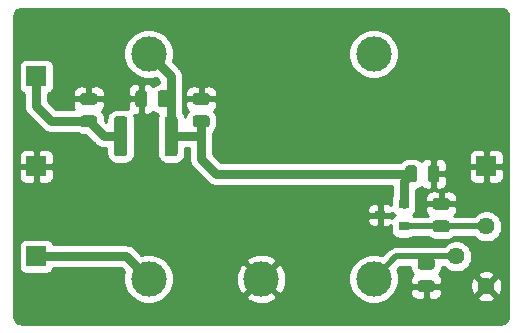
<source format=gbr>
%TF.GenerationSoftware,KiCad,Pcbnew,(5.1.9)-1*%
%TF.CreationDate,2021-03-21T16:20:22+00:00*%
%TF.ProjectId,hp5354a-ocxo,68703533-3534-4612-9d6f-63786f2e6b69,rev?*%
%TF.SameCoordinates,Original*%
%TF.FileFunction,Copper,L2,Bot*%
%TF.FilePolarity,Positive*%
%FSLAX46Y46*%
G04 Gerber Fmt 4.6, Leading zero omitted, Abs format (unit mm)*
G04 Created by KiCad (PCBNEW (5.1.9)-1) date 2021-03-21 16:20:22*
%MOMM*%
%LPD*%
G01*
G04 APERTURE LIST*
%TA.AperFunction,ComponentPad*%
%ADD10C,1.440000*%
%TD*%
%TA.AperFunction,ComponentPad*%
%ADD11C,3.000000*%
%TD*%
%TA.AperFunction,ComponentPad*%
%ADD12R,1.700000X1.700000*%
%TD*%
%TA.AperFunction,SMDPad,CuDef*%
%ADD13R,0.900000X0.800000*%
%TD*%
%TA.AperFunction,ViaPad*%
%ADD14C,0.800000*%
%TD*%
%TA.AperFunction,Conductor*%
%ADD15C,0.750000*%
%TD*%
%TA.AperFunction,Conductor*%
%ADD16C,0.500000*%
%TD*%
%TA.AperFunction,Conductor*%
%ADD17C,0.254000*%
%TD*%
%TA.AperFunction,Conductor*%
%ADD18C,0.100000*%
%TD*%
G04 APERTURE END LIST*
D10*
%TO.P,RV1,3*%
%TO.N,Net-(C6-Pad1)*%
X135890000Y-102870000D03*
%TO.P,RV1,2*%
%TO.N,/Vcont*%
X133350000Y-105410000D03*
%TO.P,RV1,1*%
%TO.N,GND*%
X135890000Y-107950000D03*
%TD*%
D11*
%TO.P,O1,1*%
%TO.N,Net-(J4-Pad1)*%
X107315000Y-107315000D03*
%TO.P,O1,2*%
%TO.N,GND*%
X116840000Y-107315000D03*
%TO.P,O1,3*%
%TO.N,/Vcont*%
X126365000Y-107315000D03*
%TO.P,O1,4*%
%TO.N,N/C*%
X126365000Y-88265000D03*
%TO.P,O1,5*%
%TO.N,+5V*%
X107315000Y-88265000D03*
%TD*%
%TO.P,L1,2*%
%TO.N,+5V*%
%TA.AperFunction,SMDPad,CuDef*%
G36*
G01*
X108657500Y-96700001D02*
X108657500Y-93799999D01*
G75*
G02*
X108907499Y-93550000I249999J0D01*
G01*
X109532501Y-93550000D01*
G75*
G02*
X109782500Y-93799999I0J-249999D01*
G01*
X109782500Y-96700001D01*
G75*
G02*
X109532501Y-96950000I-249999J0D01*
G01*
X108907499Y-96950000D01*
G75*
G02*
X108657500Y-96700001I0J249999D01*
G01*
G37*
%TD.AperFunction*%
%TO.P,L1,1*%
%TO.N,Net-(C2-Pad1)*%
%TA.AperFunction,SMDPad,CuDef*%
G36*
G01*
X104382500Y-96700001D02*
X104382500Y-93799999D01*
G75*
G02*
X104632499Y-93550000I249999J0D01*
G01*
X105257501Y-93550000D01*
G75*
G02*
X105507500Y-93799999I0J-249999D01*
G01*
X105507500Y-96700001D01*
G75*
G02*
X105257501Y-96950000I-249999J0D01*
G01*
X104632499Y-96950000D01*
G75*
G02*
X104382500Y-96700001I0J249999D01*
G01*
G37*
%TD.AperFunction*%
%TD*%
D12*
%TO.P,J4,1*%
%TO.N,Net-(J4-Pad1)*%
X97790000Y-105410000D03*
%TD*%
D13*
%TO.P,U1,3*%
%TO.N,GND*%
X126905000Y-101920000D03*
%TO.P,U1,2*%
%TO.N,Net-(C6-Pad1)*%
X128905000Y-102870000D03*
%TO.P,U1,1*%
%TO.N,+5V*%
X128905000Y-100970000D03*
%TD*%
D12*
%TO.P,J3,1*%
%TO.N,GND*%
X135890000Y-97790000D03*
%TD*%
%TO.P,J2,1*%
%TO.N,GND*%
X97790000Y-97790000D03*
%TD*%
%TO.P,J1,1*%
%TO.N,Net-(C2-Pad1)*%
X97790000Y-90170000D03*
%TD*%
%TO.P,C6,2*%
%TO.N,GND*%
%TA.AperFunction,SMDPad,CuDef*%
G36*
G01*
X132555000Y-101470000D02*
X131605000Y-101470000D01*
G75*
G02*
X131355000Y-101220000I0J250000D01*
G01*
X131355000Y-100720000D01*
G75*
G02*
X131605000Y-100470000I250000J0D01*
G01*
X132555000Y-100470000D01*
G75*
G02*
X132805000Y-100720000I0J-250000D01*
G01*
X132805000Y-101220000D01*
G75*
G02*
X132555000Y-101470000I-250000J0D01*
G01*
G37*
%TD.AperFunction*%
%TO.P,C6,1*%
%TO.N,Net-(C6-Pad1)*%
%TA.AperFunction,SMDPad,CuDef*%
G36*
G01*
X132555000Y-103370000D02*
X131605000Y-103370000D01*
G75*
G02*
X131355000Y-103120000I0J250000D01*
G01*
X131355000Y-102620000D01*
G75*
G02*
X131605000Y-102370000I250000J0D01*
G01*
X132555000Y-102370000D01*
G75*
G02*
X132805000Y-102620000I0J-250000D01*
G01*
X132805000Y-103120000D01*
G75*
G02*
X132555000Y-103370000I-250000J0D01*
G01*
G37*
%TD.AperFunction*%
%TD*%
%TO.P,C5,2*%
%TO.N,GND*%
%TA.AperFunction,SMDPad,CuDef*%
G36*
G01*
X130940000Y-98900000D02*
X130940000Y-97950000D01*
G75*
G02*
X131190000Y-97700000I250000J0D01*
G01*
X131690000Y-97700000D01*
G75*
G02*
X131940000Y-97950000I0J-250000D01*
G01*
X131940000Y-98900000D01*
G75*
G02*
X131690000Y-99150000I-250000J0D01*
G01*
X131190000Y-99150000D01*
G75*
G02*
X130940000Y-98900000I0J250000D01*
G01*
G37*
%TD.AperFunction*%
%TO.P,C5,1*%
%TO.N,+5V*%
%TA.AperFunction,SMDPad,CuDef*%
G36*
G01*
X129040000Y-98900000D02*
X129040000Y-97950000D01*
G75*
G02*
X129290000Y-97700000I250000J0D01*
G01*
X129790000Y-97700000D01*
G75*
G02*
X130040000Y-97950000I0J-250000D01*
G01*
X130040000Y-98900000D01*
G75*
G02*
X129790000Y-99150000I-250000J0D01*
G01*
X129290000Y-99150000D01*
G75*
G02*
X129040000Y-98900000I0J250000D01*
G01*
G37*
%TD.AperFunction*%
%TD*%
%TO.P,C4,2*%
%TO.N,GND*%
%TA.AperFunction,SMDPad,CuDef*%
G36*
G01*
X130335000Y-107445000D02*
X131285000Y-107445000D01*
G75*
G02*
X131535000Y-107695000I0J-250000D01*
G01*
X131535000Y-108195000D01*
G75*
G02*
X131285000Y-108445000I-250000J0D01*
G01*
X130335000Y-108445000D01*
G75*
G02*
X130085000Y-108195000I0J250000D01*
G01*
X130085000Y-107695000D01*
G75*
G02*
X130335000Y-107445000I250000J0D01*
G01*
G37*
%TD.AperFunction*%
%TO.P,C4,1*%
%TO.N,/Vcont*%
%TA.AperFunction,SMDPad,CuDef*%
G36*
G01*
X130335000Y-105545000D02*
X131285000Y-105545000D01*
G75*
G02*
X131535000Y-105795000I0J-250000D01*
G01*
X131535000Y-106295000D01*
G75*
G02*
X131285000Y-106545000I-250000J0D01*
G01*
X130335000Y-106545000D01*
G75*
G02*
X130085000Y-106295000I0J250000D01*
G01*
X130085000Y-105795000D01*
G75*
G02*
X130335000Y-105545000I250000J0D01*
G01*
G37*
%TD.AperFunction*%
%TD*%
%TO.P,C3,2*%
%TO.N,GND*%
%TA.AperFunction,SMDPad,CuDef*%
G36*
G01*
X112235000Y-92580000D02*
X111285000Y-92580000D01*
G75*
G02*
X111035000Y-92330000I0J250000D01*
G01*
X111035000Y-91830000D01*
G75*
G02*
X111285000Y-91580000I250000J0D01*
G01*
X112235000Y-91580000D01*
G75*
G02*
X112485000Y-91830000I0J-250000D01*
G01*
X112485000Y-92330000D01*
G75*
G02*
X112235000Y-92580000I-250000J0D01*
G01*
G37*
%TD.AperFunction*%
%TO.P,C3,1*%
%TO.N,+5V*%
%TA.AperFunction,SMDPad,CuDef*%
G36*
G01*
X112235000Y-94480000D02*
X111285000Y-94480000D01*
G75*
G02*
X111035000Y-94230000I0J250000D01*
G01*
X111035000Y-93730000D01*
G75*
G02*
X111285000Y-93480000I250000J0D01*
G01*
X112235000Y-93480000D01*
G75*
G02*
X112485000Y-93730000I0J-250000D01*
G01*
X112485000Y-94230000D01*
G75*
G02*
X112235000Y-94480000I-250000J0D01*
G01*
G37*
%TD.AperFunction*%
%TD*%
%TO.P,C2,2*%
%TO.N,GND*%
%TA.AperFunction,SMDPad,CuDef*%
G36*
G01*
X102710000Y-92580000D02*
X101760000Y-92580000D01*
G75*
G02*
X101510000Y-92330000I0J250000D01*
G01*
X101510000Y-91830000D01*
G75*
G02*
X101760000Y-91580000I250000J0D01*
G01*
X102710000Y-91580000D01*
G75*
G02*
X102960000Y-91830000I0J-250000D01*
G01*
X102960000Y-92330000D01*
G75*
G02*
X102710000Y-92580000I-250000J0D01*
G01*
G37*
%TD.AperFunction*%
%TO.P,C2,1*%
%TO.N,Net-(C2-Pad1)*%
%TA.AperFunction,SMDPad,CuDef*%
G36*
G01*
X102710000Y-94480000D02*
X101760000Y-94480000D01*
G75*
G02*
X101510000Y-94230000I0J250000D01*
G01*
X101510000Y-93730000D01*
G75*
G02*
X101760000Y-93480000I250000J0D01*
G01*
X102710000Y-93480000D01*
G75*
G02*
X102960000Y-93730000I0J-250000D01*
G01*
X102960000Y-94230000D01*
G75*
G02*
X102710000Y-94480000I-250000J0D01*
G01*
G37*
%TD.AperFunction*%
%TD*%
%TO.P,C1,2*%
%TO.N,GND*%
%TA.AperFunction,SMDPad,CuDef*%
G36*
G01*
X107185000Y-91600000D02*
X107185000Y-92550000D01*
G75*
G02*
X106935000Y-92800000I-250000J0D01*
G01*
X106435000Y-92800000D01*
G75*
G02*
X106185000Y-92550000I0J250000D01*
G01*
X106185000Y-91600000D01*
G75*
G02*
X106435000Y-91350000I250000J0D01*
G01*
X106935000Y-91350000D01*
G75*
G02*
X107185000Y-91600000I0J-250000D01*
G01*
G37*
%TD.AperFunction*%
%TO.P,C1,1*%
%TO.N,+5V*%
%TA.AperFunction,SMDPad,CuDef*%
G36*
G01*
X109085000Y-91600000D02*
X109085000Y-92550000D01*
G75*
G02*
X108835000Y-92800000I-250000J0D01*
G01*
X108335000Y-92800000D01*
G75*
G02*
X108085000Y-92550000I0J250000D01*
G01*
X108085000Y-91600000D01*
G75*
G02*
X108335000Y-91350000I250000J0D01*
G01*
X108835000Y-91350000D01*
G75*
G02*
X109085000Y-91600000I0J-250000D01*
G01*
G37*
%TD.AperFunction*%
%TD*%
D14*
%TO.N,GND*%
X100000000Y-85000000D03*
X100000000Y-90000000D03*
X105000000Y-85000000D03*
X105000000Y-90000000D03*
X110000000Y-85000000D03*
X115000000Y-85000000D03*
X115000000Y-90000000D03*
X120000000Y-85000000D03*
X120000000Y-90000000D03*
X125000000Y-85000000D03*
X130000000Y-85000000D03*
X130000000Y-90000000D03*
X135000000Y-85000000D03*
X135000000Y-90000000D03*
X135000000Y-95000000D03*
X130000000Y-95000000D03*
X125000000Y-95000000D03*
X120000000Y-95000000D03*
X115000000Y-95000000D03*
X115000000Y-100000000D03*
X120000000Y-100000000D03*
X125000000Y-100000000D03*
X125000000Y-105000000D03*
X120000000Y-105000000D03*
X115000000Y-105000000D03*
X110000000Y-105000000D03*
X110000000Y-100000000D03*
X105000000Y-100000000D03*
X100000000Y-100000000D03*
X100000000Y-110000000D03*
X105000000Y-110000000D03*
X110000000Y-110000000D03*
X115000000Y-110000000D03*
X120000000Y-110000000D03*
X125000000Y-110000000D03*
X130000000Y-110000000D03*
X135000000Y-110000000D03*
X135000000Y-100000000D03*
X135000000Y-105000000D03*
%TD*%
D15*
%TO.N,+5V*%
X109220000Y-90170000D02*
X107315000Y-88265000D01*
X109220000Y-92075000D02*
X109220000Y-90170000D01*
X109220000Y-95250000D02*
X109220000Y-92075000D01*
X108585000Y-92075000D02*
X109220000Y-92075000D01*
X113030000Y-98425000D02*
X129540000Y-98425000D01*
X111760000Y-97155000D02*
X113030000Y-98425000D01*
X111760000Y-95250000D02*
X111760000Y-97155000D01*
X109220000Y-95250000D02*
X111760000Y-95250000D01*
X111760000Y-95250000D02*
X111760000Y-93980000D01*
X128905000Y-99060000D02*
X129540000Y-98425000D01*
X128905000Y-100970000D02*
X128905000Y-99060000D01*
%TO.N,Net-(C2-Pad1)*%
X102235000Y-93980000D02*
X99060000Y-93980000D01*
X97790000Y-92710000D02*
X97790000Y-90170000D01*
X99060000Y-93980000D02*
X97790000Y-92710000D01*
X103505000Y-95250000D02*
X102235000Y-93980000D01*
X104945000Y-95250000D02*
X103505000Y-95250000D01*
D16*
%TO.N,/Vcont*%
X128270000Y-105410000D02*
X126365000Y-107315000D01*
X130810000Y-106045000D02*
X130810000Y-105410000D01*
X130810000Y-105410000D02*
X128270000Y-105410000D01*
X133350000Y-105410000D02*
X130810000Y-105410000D01*
%TO.N,Net-(C6-Pad1)*%
X128905000Y-102870000D02*
X132080000Y-102870000D01*
X132080000Y-102870000D02*
X135890000Y-102870000D01*
D15*
%TO.N,Net-(J4-Pad1)*%
X107315000Y-107315000D02*
X105410000Y-105410000D01*
X105410000Y-105410000D02*
X97790000Y-105410000D01*
%TD*%
D17*
%TO.N,GND*%
X137277869Y-84494722D02*
X137391246Y-84528953D01*
X137495819Y-84584555D01*
X137587596Y-84659407D01*
X137663091Y-84750664D01*
X137719419Y-84854844D01*
X137754440Y-84967976D01*
X137770001Y-85116031D01*
X137770000Y-110457721D01*
X137755278Y-110607869D01*
X137721047Y-110721246D01*
X137665446Y-110825817D01*
X137590594Y-110917595D01*
X137499335Y-110993091D01*
X137395160Y-111049419D01*
X137282024Y-111084440D01*
X137133979Y-111100000D01*
X96552279Y-111100000D01*
X96402131Y-111085278D01*
X96288754Y-111051047D01*
X96184183Y-110995446D01*
X96092405Y-110920594D01*
X96016909Y-110829335D01*
X95960581Y-110725160D01*
X95925560Y-110612024D01*
X95910000Y-110463979D01*
X95910000Y-104560000D01*
X96301928Y-104560000D01*
X96301928Y-106260000D01*
X96314188Y-106384482D01*
X96350498Y-106504180D01*
X96409463Y-106614494D01*
X96488815Y-106711185D01*
X96585506Y-106790537D01*
X96695820Y-106849502D01*
X96815518Y-106885812D01*
X96940000Y-106898072D01*
X98640000Y-106898072D01*
X98764482Y-106885812D01*
X98884180Y-106849502D01*
X98994494Y-106790537D01*
X99091185Y-106711185D01*
X99170537Y-106614494D01*
X99229502Y-106504180D01*
X99255038Y-106420000D01*
X104991645Y-106420000D01*
X105262586Y-106690942D01*
X105262047Y-106692244D01*
X105180000Y-107104721D01*
X105180000Y-107525279D01*
X105262047Y-107937756D01*
X105422988Y-108326302D01*
X105656637Y-108675983D01*
X105954017Y-108973363D01*
X106303698Y-109207012D01*
X106692244Y-109367953D01*
X107104721Y-109450000D01*
X107525279Y-109450000D01*
X107937756Y-109367953D01*
X108326302Y-109207012D01*
X108675983Y-108973363D01*
X108842693Y-108806653D01*
X115527952Y-108806653D01*
X115683962Y-109122214D01*
X116058745Y-109313020D01*
X116463551Y-109427044D01*
X116882824Y-109459902D01*
X117300451Y-109410334D01*
X117700383Y-109280243D01*
X117996038Y-109122214D01*
X118152048Y-108806653D01*
X116840000Y-107494605D01*
X115527952Y-108806653D01*
X108842693Y-108806653D01*
X108973363Y-108675983D01*
X109207012Y-108326302D01*
X109367953Y-107937756D01*
X109450000Y-107525279D01*
X109450000Y-107357824D01*
X114695098Y-107357824D01*
X114744666Y-107775451D01*
X114874757Y-108175383D01*
X115032786Y-108471038D01*
X115348347Y-108627048D01*
X116660395Y-107315000D01*
X117019605Y-107315000D01*
X118331653Y-108627048D01*
X118647214Y-108471038D01*
X118838020Y-108096255D01*
X118952044Y-107691449D01*
X118984902Y-107272176D01*
X118965027Y-107104721D01*
X124230000Y-107104721D01*
X124230000Y-107525279D01*
X124312047Y-107937756D01*
X124472988Y-108326302D01*
X124706637Y-108675983D01*
X125004017Y-108973363D01*
X125353698Y-109207012D01*
X125742244Y-109367953D01*
X126154721Y-109450000D01*
X126575279Y-109450000D01*
X126987756Y-109367953D01*
X127376302Y-109207012D01*
X127725983Y-108973363D01*
X128023363Y-108675983D01*
X128177700Y-108445000D01*
X129446928Y-108445000D01*
X129459188Y-108569482D01*
X129495498Y-108689180D01*
X129554463Y-108799494D01*
X129633815Y-108896185D01*
X129730506Y-108975537D01*
X129840820Y-109034502D01*
X129960518Y-109070812D01*
X130085000Y-109083072D01*
X130524250Y-109080000D01*
X130683000Y-108921250D01*
X130683000Y-108072000D01*
X130937000Y-108072000D01*
X130937000Y-108921250D01*
X131095750Y-109080000D01*
X131535000Y-109083072D01*
X131659482Y-109070812D01*
X131779180Y-109034502D01*
X131889494Y-108975537D01*
X131986185Y-108896185D01*
X131994904Y-108885560D01*
X135134045Y-108885560D01*
X135195932Y-109121368D01*
X135437790Y-109234266D01*
X135697027Y-109297811D01*
X135963680Y-109309561D01*
X136227501Y-109269063D01*
X136478353Y-109177875D01*
X136584068Y-109121368D01*
X136645955Y-108885560D01*
X135890000Y-108129605D01*
X135134045Y-108885560D01*
X131994904Y-108885560D01*
X132065537Y-108799494D01*
X132124502Y-108689180D01*
X132160812Y-108569482D01*
X132173072Y-108445000D01*
X132170000Y-108230750D01*
X132011250Y-108072000D01*
X130937000Y-108072000D01*
X130683000Y-108072000D01*
X129608750Y-108072000D01*
X129450000Y-108230750D01*
X129446928Y-108445000D01*
X128177700Y-108445000D01*
X128257012Y-108326302D01*
X128382362Y-108023680D01*
X134530439Y-108023680D01*
X134570937Y-108287501D01*
X134662125Y-108538353D01*
X134718632Y-108644068D01*
X134954440Y-108705955D01*
X135710395Y-107950000D01*
X136069605Y-107950000D01*
X136825560Y-108705955D01*
X137061368Y-108644068D01*
X137174266Y-108402210D01*
X137237811Y-108142973D01*
X137249561Y-107876320D01*
X137209063Y-107612499D01*
X137117875Y-107361647D01*
X137061368Y-107255932D01*
X136825560Y-107194045D01*
X136069605Y-107950000D01*
X135710395Y-107950000D01*
X134954440Y-107194045D01*
X134718632Y-107255932D01*
X134605734Y-107497790D01*
X134542189Y-107757027D01*
X134530439Y-108023680D01*
X128382362Y-108023680D01*
X128417953Y-107937756D01*
X128500000Y-107525279D01*
X128500000Y-107104721D01*
X128417953Y-106692244D01*
X128365637Y-106565942D01*
X128636579Y-106295000D01*
X129446928Y-106295000D01*
X129463992Y-106468254D01*
X129514528Y-106634850D01*
X129596595Y-106788386D01*
X129707038Y-106922962D01*
X129713594Y-106928342D01*
X129633815Y-106993815D01*
X129554463Y-107090506D01*
X129495498Y-107200820D01*
X129459188Y-107320518D01*
X129446928Y-107445000D01*
X129450000Y-107659250D01*
X129608750Y-107818000D01*
X130683000Y-107818000D01*
X130683000Y-107798000D01*
X130937000Y-107798000D01*
X130937000Y-107818000D01*
X132011250Y-107818000D01*
X132170000Y-107659250D01*
X132173072Y-107445000D01*
X132160812Y-107320518D01*
X132124502Y-107200820D01*
X132065537Y-107090506D01*
X132003112Y-107014440D01*
X135134045Y-107014440D01*
X135890000Y-107770395D01*
X136645955Y-107014440D01*
X136584068Y-106778632D01*
X136342210Y-106665734D01*
X136082973Y-106602189D01*
X135816320Y-106590439D01*
X135552499Y-106630937D01*
X135301647Y-106722125D01*
X135195932Y-106778632D01*
X135134045Y-107014440D01*
X132003112Y-107014440D01*
X131986185Y-106993815D01*
X131906406Y-106928342D01*
X131912962Y-106922962D01*
X132023405Y-106788386D01*
X132105472Y-106634850D01*
X132156008Y-106468254D01*
X132173072Y-106295000D01*
X132318741Y-106295000D01*
X132486238Y-106462497D01*
X132708167Y-106610785D01*
X132954761Y-106712928D01*
X133216544Y-106765000D01*
X133483456Y-106765000D01*
X133745239Y-106712928D01*
X133991833Y-106610785D01*
X134213762Y-106462497D01*
X134402497Y-106273762D01*
X134550785Y-106051833D01*
X134652928Y-105805239D01*
X134705000Y-105543456D01*
X134705000Y-105276544D01*
X134652928Y-105014761D01*
X134550785Y-104768167D01*
X134402497Y-104546238D01*
X134213762Y-104357503D01*
X133991833Y-104209215D01*
X133745239Y-104107072D01*
X133483456Y-104055000D01*
X133216544Y-104055000D01*
X132954761Y-104107072D01*
X132708167Y-104209215D01*
X132486238Y-104357503D01*
X132318741Y-104525000D01*
X130853477Y-104525000D01*
X130810000Y-104520718D01*
X130766524Y-104525000D01*
X128313469Y-104525000D01*
X128270000Y-104520719D01*
X128226531Y-104525000D01*
X128226523Y-104525000D01*
X128096510Y-104537805D01*
X127929687Y-104588411D01*
X127794360Y-104660744D01*
X127775941Y-104670589D01*
X127674953Y-104753468D01*
X127674951Y-104753470D01*
X127641183Y-104781183D01*
X127613470Y-104814951D01*
X127114058Y-105314363D01*
X126987756Y-105262047D01*
X126575279Y-105180000D01*
X126154721Y-105180000D01*
X125742244Y-105262047D01*
X125353698Y-105422988D01*
X125004017Y-105656637D01*
X124706637Y-105954017D01*
X124472988Y-106303698D01*
X124312047Y-106692244D01*
X124230000Y-107104721D01*
X118965027Y-107104721D01*
X118935334Y-106854549D01*
X118805243Y-106454617D01*
X118647214Y-106158962D01*
X118331653Y-106002952D01*
X117019605Y-107315000D01*
X116660395Y-107315000D01*
X115348347Y-106002952D01*
X115032786Y-106158962D01*
X114841980Y-106533745D01*
X114727956Y-106938551D01*
X114695098Y-107357824D01*
X109450000Y-107357824D01*
X109450000Y-107104721D01*
X109367953Y-106692244D01*
X109207012Y-106303698D01*
X108973363Y-105954017D01*
X108842693Y-105823347D01*
X115527952Y-105823347D01*
X116840000Y-107135395D01*
X118152048Y-105823347D01*
X117996038Y-105507786D01*
X117621255Y-105316980D01*
X117216449Y-105202956D01*
X116797176Y-105170098D01*
X116379549Y-105219666D01*
X115979617Y-105349757D01*
X115683962Y-105507786D01*
X115527952Y-105823347D01*
X108842693Y-105823347D01*
X108675983Y-105656637D01*
X108326302Y-105422988D01*
X107937756Y-105262047D01*
X107525279Y-105180000D01*
X107104721Y-105180000D01*
X106692244Y-105262047D01*
X106690942Y-105262586D01*
X106159261Y-104730906D01*
X106127633Y-104692367D01*
X105973840Y-104566153D01*
X105798380Y-104472368D01*
X105607994Y-104414615D01*
X105459608Y-104400000D01*
X105410000Y-104395114D01*
X105360392Y-104400000D01*
X99255038Y-104400000D01*
X99229502Y-104315820D01*
X99170537Y-104205506D01*
X99091185Y-104108815D01*
X98994494Y-104029463D01*
X98884180Y-103970498D01*
X98764482Y-103934188D01*
X98640000Y-103921928D01*
X96940000Y-103921928D01*
X96815518Y-103934188D01*
X96695820Y-103970498D01*
X96585506Y-104029463D01*
X96488815Y-104108815D01*
X96409463Y-104205506D01*
X96350498Y-104315820D01*
X96314188Y-104435518D01*
X96301928Y-104560000D01*
X95910000Y-104560000D01*
X95910000Y-102320000D01*
X125816928Y-102320000D01*
X125829188Y-102444482D01*
X125865498Y-102564180D01*
X125924463Y-102674494D01*
X126003815Y-102771185D01*
X126100506Y-102850537D01*
X126210820Y-102909502D01*
X126330518Y-102945812D01*
X126455000Y-102958072D01*
X126619250Y-102955000D01*
X126778000Y-102796250D01*
X126778000Y-102047000D01*
X125978750Y-102047000D01*
X125820000Y-102205750D01*
X125816928Y-102320000D01*
X95910000Y-102320000D01*
X95910000Y-101520000D01*
X125816928Y-101520000D01*
X125820000Y-101634250D01*
X125978750Y-101793000D01*
X126778000Y-101793000D01*
X126778000Y-101043750D01*
X126619250Y-100885000D01*
X126455000Y-100881928D01*
X126330518Y-100894188D01*
X126210820Y-100930498D01*
X126100506Y-100989463D01*
X126003815Y-101068815D01*
X125924463Y-101165506D01*
X125865498Y-101275820D01*
X125829188Y-101395518D01*
X125816928Y-101520000D01*
X95910000Y-101520000D01*
X95910000Y-98640000D01*
X96301928Y-98640000D01*
X96314188Y-98764482D01*
X96350498Y-98884180D01*
X96409463Y-98994494D01*
X96488815Y-99091185D01*
X96585506Y-99170537D01*
X96695820Y-99229502D01*
X96815518Y-99265812D01*
X96940000Y-99278072D01*
X97504250Y-99275000D01*
X97663000Y-99116250D01*
X97663000Y-97917000D01*
X97917000Y-97917000D01*
X97917000Y-99116250D01*
X98075750Y-99275000D01*
X98640000Y-99278072D01*
X98764482Y-99265812D01*
X98884180Y-99229502D01*
X98994494Y-99170537D01*
X99091185Y-99091185D01*
X99170537Y-98994494D01*
X99229502Y-98884180D01*
X99265812Y-98764482D01*
X99278072Y-98640000D01*
X99275000Y-98075750D01*
X99116250Y-97917000D01*
X97917000Y-97917000D01*
X97663000Y-97917000D01*
X96463750Y-97917000D01*
X96305000Y-98075750D01*
X96301928Y-98640000D01*
X95910000Y-98640000D01*
X95910000Y-96940000D01*
X96301928Y-96940000D01*
X96305000Y-97504250D01*
X96463750Y-97663000D01*
X97663000Y-97663000D01*
X97663000Y-96463750D01*
X97917000Y-96463750D01*
X97917000Y-97663000D01*
X99116250Y-97663000D01*
X99275000Y-97504250D01*
X99278072Y-96940000D01*
X99265812Y-96815518D01*
X99229502Y-96695820D01*
X99170537Y-96585506D01*
X99091185Y-96488815D01*
X98994494Y-96409463D01*
X98884180Y-96350498D01*
X98764482Y-96314188D01*
X98640000Y-96301928D01*
X98075750Y-96305000D01*
X97917000Y-96463750D01*
X97663000Y-96463750D01*
X97504250Y-96305000D01*
X96940000Y-96301928D01*
X96815518Y-96314188D01*
X96695820Y-96350498D01*
X96585506Y-96409463D01*
X96488815Y-96488815D01*
X96409463Y-96585506D01*
X96350498Y-96695820D01*
X96314188Y-96815518D01*
X96301928Y-96940000D01*
X95910000Y-96940000D01*
X95910000Y-89320000D01*
X96301928Y-89320000D01*
X96301928Y-91020000D01*
X96314188Y-91144482D01*
X96350498Y-91264180D01*
X96409463Y-91374494D01*
X96488815Y-91471185D01*
X96585506Y-91550537D01*
X96695820Y-91609502D01*
X96780000Y-91635038D01*
X96780000Y-92660392D01*
X96775114Y-92710000D01*
X96794615Y-92907994D01*
X96816315Y-92979528D01*
X96852368Y-93098379D01*
X96946153Y-93273840D01*
X97072367Y-93427633D01*
X97110906Y-93459261D01*
X98310739Y-94659094D01*
X98342367Y-94697633D01*
X98496160Y-94823847D01*
X98671620Y-94917632D01*
X98862006Y-94975385D01*
X99010392Y-94990000D01*
X99010394Y-94990000D01*
X99059999Y-94994886D01*
X99109604Y-94990000D01*
X101307015Y-94990000D01*
X101420150Y-95050472D01*
X101586746Y-95101008D01*
X101760000Y-95118072D01*
X101944717Y-95118072D01*
X102755739Y-95929094D01*
X102787367Y-95967633D01*
X102941160Y-96093847D01*
X103116620Y-96187632D01*
X103307006Y-96245385D01*
X103455392Y-96260000D01*
X103455394Y-96260000D01*
X103504999Y-96264886D01*
X103554604Y-96260000D01*
X103744428Y-96260000D01*
X103744428Y-96700001D01*
X103761492Y-96873255D01*
X103812028Y-97039851D01*
X103894095Y-97193387D01*
X104004538Y-97327962D01*
X104139113Y-97438405D01*
X104292649Y-97520472D01*
X104459245Y-97571008D01*
X104632499Y-97588072D01*
X105257501Y-97588072D01*
X105430755Y-97571008D01*
X105597351Y-97520472D01*
X105750887Y-97438405D01*
X105885462Y-97327962D01*
X105995905Y-97193387D01*
X106077972Y-97039851D01*
X106128508Y-96873255D01*
X106145572Y-96700001D01*
X106145572Y-93799999D01*
X106128508Y-93626745D01*
X106077972Y-93460149D01*
X106059444Y-93425486D01*
X106060518Y-93425812D01*
X106185000Y-93438072D01*
X106399250Y-93435000D01*
X106558000Y-93276250D01*
X106558000Y-92202000D01*
X105708750Y-92202000D01*
X105550000Y-92360750D01*
X105546928Y-92800000D01*
X105559188Y-92924482D01*
X105573711Y-92972357D01*
X105430755Y-92928992D01*
X105257501Y-92911928D01*
X104632499Y-92911928D01*
X104459245Y-92928992D01*
X104292649Y-92979528D01*
X104139113Y-93061595D01*
X104004538Y-93172038D01*
X103894095Y-93306613D01*
X103812028Y-93460149D01*
X103761492Y-93626745D01*
X103744428Y-93799999D01*
X103744428Y-94061073D01*
X103598072Y-93914717D01*
X103598072Y-93730000D01*
X103581008Y-93556746D01*
X103530472Y-93390150D01*
X103448405Y-93236614D01*
X103337962Y-93102038D01*
X103331406Y-93096658D01*
X103411185Y-93031185D01*
X103490537Y-92934494D01*
X103549502Y-92824180D01*
X103585812Y-92704482D01*
X103598072Y-92580000D01*
X103595000Y-92365750D01*
X103436250Y-92207000D01*
X102362000Y-92207000D01*
X102362000Y-92227000D01*
X102108000Y-92227000D01*
X102108000Y-92207000D01*
X101033750Y-92207000D01*
X100875000Y-92365750D01*
X100871928Y-92580000D01*
X100884188Y-92704482D01*
X100920498Y-92824180D01*
X100979463Y-92934494D01*
X101008602Y-92970000D01*
X99478355Y-92970000D01*
X98800000Y-92291645D01*
X98800000Y-91635038D01*
X98884180Y-91609502D01*
X98939373Y-91580000D01*
X100871928Y-91580000D01*
X100875000Y-91794250D01*
X101033750Y-91953000D01*
X102108000Y-91953000D01*
X102108000Y-91103750D01*
X102362000Y-91103750D01*
X102362000Y-91953000D01*
X103436250Y-91953000D01*
X103595000Y-91794250D01*
X103598072Y-91580000D01*
X103585812Y-91455518D01*
X103553804Y-91350000D01*
X105546928Y-91350000D01*
X105550000Y-91789250D01*
X105708750Y-91948000D01*
X106558000Y-91948000D01*
X106558000Y-90873750D01*
X106399250Y-90715000D01*
X106185000Y-90711928D01*
X106060518Y-90724188D01*
X105940820Y-90760498D01*
X105830506Y-90819463D01*
X105733815Y-90898815D01*
X105654463Y-90995506D01*
X105595498Y-91105820D01*
X105559188Y-91225518D01*
X105546928Y-91350000D01*
X103553804Y-91350000D01*
X103549502Y-91335820D01*
X103490537Y-91225506D01*
X103411185Y-91128815D01*
X103314494Y-91049463D01*
X103204180Y-90990498D01*
X103084482Y-90954188D01*
X102960000Y-90941928D01*
X102520750Y-90945000D01*
X102362000Y-91103750D01*
X102108000Y-91103750D01*
X101949250Y-90945000D01*
X101510000Y-90941928D01*
X101385518Y-90954188D01*
X101265820Y-90990498D01*
X101155506Y-91049463D01*
X101058815Y-91128815D01*
X100979463Y-91225506D01*
X100920498Y-91335820D01*
X100884188Y-91455518D01*
X100871928Y-91580000D01*
X98939373Y-91580000D01*
X98994494Y-91550537D01*
X99091185Y-91471185D01*
X99170537Y-91374494D01*
X99229502Y-91264180D01*
X99265812Y-91144482D01*
X99278072Y-91020000D01*
X99278072Y-89320000D01*
X99265812Y-89195518D01*
X99229502Y-89075820D01*
X99170537Y-88965506D01*
X99091185Y-88868815D01*
X98994494Y-88789463D01*
X98884180Y-88730498D01*
X98764482Y-88694188D01*
X98640000Y-88681928D01*
X96940000Y-88681928D01*
X96815518Y-88694188D01*
X96695820Y-88730498D01*
X96585506Y-88789463D01*
X96488815Y-88868815D01*
X96409463Y-88965506D01*
X96350498Y-89075820D01*
X96314188Y-89195518D01*
X96301928Y-89320000D01*
X95910000Y-89320000D01*
X95910000Y-88054721D01*
X105180000Y-88054721D01*
X105180000Y-88475279D01*
X105262047Y-88887756D01*
X105422988Y-89276302D01*
X105656637Y-89625983D01*
X105954017Y-89923363D01*
X106303698Y-90157012D01*
X106692244Y-90317953D01*
X107104721Y-90400000D01*
X107525279Y-90400000D01*
X107937756Y-90317953D01*
X107939058Y-90317414D01*
X108210001Y-90588357D01*
X108210001Y-90724239D01*
X108161746Y-90728992D01*
X107995150Y-90779528D01*
X107841614Y-90861595D01*
X107707038Y-90972038D01*
X107701658Y-90978594D01*
X107636185Y-90898815D01*
X107539494Y-90819463D01*
X107429180Y-90760498D01*
X107309482Y-90724188D01*
X107185000Y-90711928D01*
X106970750Y-90715000D01*
X106812000Y-90873750D01*
X106812000Y-91948000D01*
X106832000Y-91948000D01*
X106832000Y-92202000D01*
X106812000Y-92202000D01*
X106812000Y-93276250D01*
X106970750Y-93435000D01*
X107185000Y-93438072D01*
X107309482Y-93425812D01*
X107429180Y-93389502D01*
X107539494Y-93330537D01*
X107636185Y-93251185D01*
X107701658Y-93171406D01*
X107707038Y-93177962D01*
X107841614Y-93288405D01*
X107995150Y-93370472D01*
X108115455Y-93406966D01*
X108087028Y-93460149D01*
X108036492Y-93626745D01*
X108019428Y-93799999D01*
X108019428Y-96700001D01*
X108036492Y-96873255D01*
X108087028Y-97039851D01*
X108169095Y-97193387D01*
X108279538Y-97327962D01*
X108414113Y-97438405D01*
X108567649Y-97520472D01*
X108734245Y-97571008D01*
X108907499Y-97588072D01*
X109532501Y-97588072D01*
X109705755Y-97571008D01*
X109872351Y-97520472D01*
X110025887Y-97438405D01*
X110160462Y-97327962D01*
X110270905Y-97193387D01*
X110352972Y-97039851D01*
X110403508Y-96873255D01*
X110420572Y-96700001D01*
X110420572Y-96260000D01*
X110750001Y-96260000D01*
X110750001Y-97105383D01*
X110745114Y-97155000D01*
X110764615Y-97352994D01*
X110822368Y-97543379D01*
X110846257Y-97588072D01*
X110916154Y-97718840D01*
X111042368Y-97872633D01*
X111080901Y-97904256D01*
X112280739Y-99104094D01*
X112312367Y-99142633D01*
X112466160Y-99268847D01*
X112641620Y-99362632D01*
X112832006Y-99420385D01*
X112980392Y-99435000D01*
X112980394Y-99435000D01*
X113029999Y-99439886D01*
X113079604Y-99435000D01*
X127895001Y-99435000D01*
X127895000Y-100270626D01*
X127865498Y-100325820D01*
X127829188Y-100445518D01*
X127816928Y-100570000D01*
X127816928Y-101081905D01*
X127806185Y-101068815D01*
X127709494Y-100989463D01*
X127599180Y-100930498D01*
X127479482Y-100894188D01*
X127355000Y-100881928D01*
X127190750Y-100885000D01*
X127032000Y-101043750D01*
X127032000Y-101793000D01*
X127831250Y-101793000D01*
X127915857Y-101708393D01*
X127924463Y-101724494D01*
X128003815Y-101821185D01*
X128100506Y-101900537D01*
X128136918Y-101920000D01*
X128100506Y-101939463D01*
X128003815Y-102018815D01*
X127924463Y-102115506D01*
X127915857Y-102131607D01*
X127831250Y-102047000D01*
X127032000Y-102047000D01*
X127032000Y-102796250D01*
X127190750Y-102955000D01*
X127355000Y-102958072D01*
X127479482Y-102945812D01*
X127599180Y-102909502D01*
X127709494Y-102850537D01*
X127806185Y-102771185D01*
X127816928Y-102758095D01*
X127816928Y-103270000D01*
X127829188Y-103394482D01*
X127865498Y-103514180D01*
X127924463Y-103624494D01*
X128003815Y-103721185D01*
X128100506Y-103800537D01*
X128210820Y-103859502D01*
X128330518Y-103895812D01*
X128455000Y-103908072D01*
X129355000Y-103908072D01*
X129479482Y-103895812D01*
X129599180Y-103859502D01*
X129709494Y-103800537D01*
X129764981Y-103755000D01*
X130985614Y-103755000D01*
X131111614Y-103858405D01*
X131265150Y-103940472D01*
X131431746Y-103991008D01*
X131605000Y-104008072D01*
X132555000Y-104008072D01*
X132728254Y-103991008D01*
X132894850Y-103940472D01*
X133048386Y-103858405D01*
X133174386Y-103755000D01*
X134858741Y-103755000D01*
X135026238Y-103922497D01*
X135248167Y-104070785D01*
X135494761Y-104172928D01*
X135756544Y-104225000D01*
X136023456Y-104225000D01*
X136285239Y-104172928D01*
X136531833Y-104070785D01*
X136753762Y-103922497D01*
X136942497Y-103733762D01*
X137090785Y-103511833D01*
X137192928Y-103265239D01*
X137245000Y-103003456D01*
X137245000Y-102736544D01*
X137192928Y-102474761D01*
X137090785Y-102228167D01*
X136942497Y-102006238D01*
X136753762Y-101817503D01*
X136531833Y-101669215D01*
X136285239Y-101567072D01*
X136023456Y-101515000D01*
X135756544Y-101515000D01*
X135494761Y-101567072D01*
X135248167Y-101669215D01*
X135026238Y-101817503D01*
X134858741Y-101985000D01*
X133178426Y-101985000D01*
X133256185Y-101921185D01*
X133335537Y-101824494D01*
X133394502Y-101714180D01*
X133430812Y-101594482D01*
X133443072Y-101470000D01*
X133440000Y-101255750D01*
X133281250Y-101097000D01*
X132207000Y-101097000D01*
X132207000Y-101117000D01*
X131953000Y-101117000D01*
X131953000Y-101097000D01*
X130878750Y-101097000D01*
X130720000Y-101255750D01*
X130716928Y-101470000D01*
X130729188Y-101594482D01*
X130765498Y-101714180D01*
X130824463Y-101824494D01*
X130903815Y-101921185D01*
X130981574Y-101985000D01*
X129764981Y-101985000D01*
X129709494Y-101939463D01*
X129673082Y-101920000D01*
X129709494Y-101900537D01*
X129806185Y-101821185D01*
X129885537Y-101724494D01*
X129944502Y-101614180D01*
X129980812Y-101494482D01*
X129993072Y-101370000D01*
X129993072Y-100570000D01*
X129983224Y-100470000D01*
X130716928Y-100470000D01*
X130720000Y-100684250D01*
X130878750Y-100843000D01*
X131953000Y-100843000D01*
X131953000Y-99993750D01*
X132207000Y-99993750D01*
X132207000Y-100843000D01*
X133281250Y-100843000D01*
X133440000Y-100684250D01*
X133443072Y-100470000D01*
X133430812Y-100345518D01*
X133394502Y-100225820D01*
X133335537Y-100115506D01*
X133256185Y-100018815D01*
X133159494Y-99939463D01*
X133049180Y-99880498D01*
X132929482Y-99844188D01*
X132805000Y-99831928D01*
X132365750Y-99835000D01*
X132207000Y-99993750D01*
X131953000Y-99993750D01*
X131794250Y-99835000D01*
X131355000Y-99831928D01*
X131230518Y-99844188D01*
X131110820Y-99880498D01*
X131000506Y-99939463D01*
X130903815Y-100018815D01*
X130824463Y-100115506D01*
X130765498Y-100225820D01*
X130729188Y-100345518D01*
X130716928Y-100470000D01*
X129983224Y-100470000D01*
X129980812Y-100445518D01*
X129944502Y-100325820D01*
X129915000Y-100270627D01*
X129915000Y-99775761D01*
X129963254Y-99771008D01*
X130129850Y-99720472D01*
X130283386Y-99638405D01*
X130417962Y-99527962D01*
X130423342Y-99521406D01*
X130488815Y-99601185D01*
X130585506Y-99680537D01*
X130695820Y-99739502D01*
X130815518Y-99775812D01*
X130940000Y-99788072D01*
X131154250Y-99785000D01*
X131313000Y-99626250D01*
X131313000Y-98552000D01*
X131567000Y-98552000D01*
X131567000Y-99626250D01*
X131725750Y-99785000D01*
X131940000Y-99788072D01*
X132064482Y-99775812D01*
X132184180Y-99739502D01*
X132294494Y-99680537D01*
X132391185Y-99601185D01*
X132470537Y-99504494D01*
X132529502Y-99394180D01*
X132565812Y-99274482D01*
X132578072Y-99150000D01*
X132575000Y-98710750D01*
X132504250Y-98640000D01*
X134401928Y-98640000D01*
X134414188Y-98764482D01*
X134450498Y-98884180D01*
X134509463Y-98994494D01*
X134588815Y-99091185D01*
X134685506Y-99170537D01*
X134795820Y-99229502D01*
X134915518Y-99265812D01*
X135040000Y-99278072D01*
X135604250Y-99275000D01*
X135763000Y-99116250D01*
X135763000Y-97917000D01*
X136017000Y-97917000D01*
X136017000Y-99116250D01*
X136175750Y-99275000D01*
X136740000Y-99278072D01*
X136864482Y-99265812D01*
X136984180Y-99229502D01*
X137094494Y-99170537D01*
X137191185Y-99091185D01*
X137270537Y-98994494D01*
X137329502Y-98884180D01*
X137365812Y-98764482D01*
X137378072Y-98640000D01*
X137375000Y-98075750D01*
X137216250Y-97917000D01*
X136017000Y-97917000D01*
X135763000Y-97917000D01*
X134563750Y-97917000D01*
X134405000Y-98075750D01*
X134401928Y-98640000D01*
X132504250Y-98640000D01*
X132416250Y-98552000D01*
X131567000Y-98552000D01*
X131313000Y-98552000D01*
X131293000Y-98552000D01*
X131293000Y-98298000D01*
X131313000Y-98298000D01*
X131313000Y-97223750D01*
X131567000Y-97223750D01*
X131567000Y-98298000D01*
X132416250Y-98298000D01*
X132575000Y-98139250D01*
X132578072Y-97700000D01*
X132565812Y-97575518D01*
X132529502Y-97455820D01*
X132470537Y-97345506D01*
X132391185Y-97248815D01*
X132294494Y-97169463D01*
X132184180Y-97110498D01*
X132064482Y-97074188D01*
X131940000Y-97061928D01*
X131725750Y-97065000D01*
X131567000Y-97223750D01*
X131313000Y-97223750D01*
X131154250Y-97065000D01*
X130940000Y-97061928D01*
X130815518Y-97074188D01*
X130695820Y-97110498D01*
X130585506Y-97169463D01*
X130488815Y-97248815D01*
X130423342Y-97328594D01*
X130417962Y-97322038D01*
X130283386Y-97211595D01*
X130129850Y-97129528D01*
X129963254Y-97078992D01*
X129790000Y-97061928D01*
X129290000Y-97061928D01*
X129116746Y-97078992D01*
X128950150Y-97129528D01*
X128796614Y-97211595D01*
X128662038Y-97322038D01*
X128585747Y-97415000D01*
X113448355Y-97415000D01*
X112973355Y-96940000D01*
X134401928Y-96940000D01*
X134405000Y-97504250D01*
X134563750Y-97663000D01*
X135763000Y-97663000D01*
X135763000Y-96463750D01*
X136017000Y-96463750D01*
X136017000Y-97663000D01*
X137216250Y-97663000D01*
X137375000Y-97504250D01*
X137378072Y-96940000D01*
X137365812Y-96815518D01*
X137329502Y-96695820D01*
X137270537Y-96585506D01*
X137191185Y-96488815D01*
X137094494Y-96409463D01*
X136984180Y-96350498D01*
X136864482Y-96314188D01*
X136740000Y-96301928D01*
X136175750Y-96305000D01*
X136017000Y-96463750D01*
X135763000Y-96463750D01*
X135604250Y-96305000D01*
X135040000Y-96301928D01*
X134915518Y-96314188D01*
X134795820Y-96350498D01*
X134685506Y-96409463D01*
X134588815Y-96488815D01*
X134509463Y-96585506D01*
X134450498Y-96695820D01*
X134414188Y-96815518D01*
X134401928Y-96940000D01*
X112973355Y-96940000D01*
X112770000Y-96736645D01*
X112770000Y-95299607D01*
X112774886Y-95250000D01*
X112770000Y-95200392D01*
X112770000Y-94934253D01*
X112862962Y-94857962D01*
X112973405Y-94723386D01*
X113055472Y-94569850D01*
X113106008Y-94403254D01*
X113123072Y-94230000D01*
X113123072Y-93730000D01*
X113106008Y-93556746D01*
X113055472Y-93390150D01*
X112973405Y-93236614D01*
X112862962Y-93102038D01*
X112856406Y-93096658D01*
X112936185Y-93031185D01*
X113015537Y-92934494D01*
X113074502Y-92824180D01*
X113110812Y-92704482D01*
X113123072Y-92580000D01*
X113120000Y-92365750D01*
X112961250Y-92207000D01*
X111887000Y-92207000D01*
X111887000Y-92227000D01*
X111633000Y-92227000D01*
X111633000Y-92207000D01*
X110558750Y-92207000D01*
X110400000Y-92365750D01*
X110396928Y-92580000D01*
X110409188Y-92704482D01*
X110445498Y-92824180D01*
X110504463Y-92934494D01*
X110583815Y-93031185D01*
X110663594Y-93096658D01*
X110657038Y-93102038D01*
X110546595Y-93236614D01*
X110464528Y-93390150D01*
X110413992Y-93556746D01*
X110405303Y-93644969D01*
X110403508Y-93626745D01*
X110352972Y-93460149D01*
X110270905Y-93306613D01*
X110230000Y-93256770D01*
X110230000Y-92124607D01*
X110234886Y-92075000D01*
X110230000Y-92025392D01*
X110230000Y-91580000D01*
X110396928Y-91580000D01*
X110400000Y-91794250D01*
X110558750Y-91953000D01*
X111633000Y-91953000D01*
X111633000Y-91103750D01*
X111887000Y-91103750D01*
X111887000Y-91953000D01*
X112961250Y-91953000D01*
X113120000Y-91794250D01*
X113123072Y-91580000D01*
X113110812Y-91455518D01*
X113074502Y-91335820D01*
X113015537Y-91225506D01*
X112936185Y-91128815D01*
X112839494Y-91049463D01*
X112729180Y-90990498D01*
X112609482Y-90954188D01*
X112485000Y-90941928D01*
X112045750Y-90945000D01*
X111887000Y-91103750D01*
X111633000Y-91103750D01*
X111474250Y-90945000D01*
X111035000Y-90941928D01*
X110910518Y-90954188D01*
X110790820Y-90990498D01*
X110680506Y-91049463D01*
X110583815Y-91128815D01*
X110504463Y-91225506D01*
X110445498Y-91335820D01*
X110409188Y-91455518D01*
X110396928Y-91580000D01*
X110230000Y-91580000D01*
X110230000Y-90219608D01*
X110234886Y-90170000D01*
X110215385Y-89972005D01*
X110157632Y-89781620D01*
X110063847Y-89606160D01*
X109937633Y-89452367D01*
X109899100Y-89420744D01*
X109367414Y-88889058D01*
X109367953Y-88887756D01*
X109450000Y-88475279D01*
X109450000Y-88054721D01*
X124230000Y-88054721D01*
X124230000Y-88475279D01*
X124312047Y-88887756D01*
X124472988Y-89276302D01*
X124706637Y-89625983D01*
X125004017Y-89923363D01*
X125353698Y-90157012D01*
X125742244Y-90317953D01*
X126154721Y-90400000D01*
X126575279Y-90400000D01*
X126987756Y-90317953D01*
X127376302Y-90157012D01*
X127725983Y-89923363D01*
X128023363Y-89625983D01*
X128257012Y-89276302D01*
X128417953Y-88887756D01*
X128500000Y-88475279D01*
X128500000Y-88054721D01*
X128417953Y-87642244D01*
X128257012Y-87253698D01*
X128023363Y-86904017D01*
X127725983Y-86606637D01*
X127376302Y-86372988D01*
X126987756Y-86212047D01*
X126575279Y-86130000D01*
X126154721Y-86130000D01*
X125742244Y-86212047D01*
X125353698Y-86372988D01*
X125004017Y-86606637D01*
X124706637Y-86904017D01*
X124472988Y-87253698D01*
X124312047Y-87642244D01*
X124230000Y-88054721D01*
X109450000Y-88054721D01*
X109367953Y-87642244D01*
X109207012Y-87253698D01*
X108973363Y-86904017D01*
X108675983Y-86606637D01*
X108326302Y-86372988D01*
X107937756Y-86212047D01*
X107525279Y-86130000D01*
X107104721Y-86130000D01*
X106692244Y-86212047D01*
X106303698Y-86372988D01*
X105954017Y-86606637D01*
X105656637Y-86904017D01*
X105422988Y-87253698D01*
X105262047Y-87642244D01*
X105180000Y-88054721D01*
X95910000Y-88054721D01*
X95910000Y-85122279D01*
X95924722Y-84972131D01*
X95958953Y-84858754D01*
X96014555Y-84754181D01*
X96089407Y-84662404D01*
X96180664Y-84586909D01*
X96284844Y-84530581D01*
X96397976Y-84495560D01*
X96546022Y-84480000D01*
X137127721Y-84480000D01*
X137277869Y-84494722D01*
%TA.AperFunction,Conductor*%
D18*
G36*
X137277869Y-84494722D02*
G01*
X137391246Y-84528953D01*
X137495819Y-84584555D01*
X137587596Y-84659407D01*
X137663091Y-84750664D01*
X137719419Y-84854844D01*
X137754440Y-84967976D01*
X137770001Y-85116031D01*
X137770000Y-110457721D01*
X137755278Y-110607869D01*
X137721047Y-110721246D01*
X137665446Y-110825817D01*
X137590594Y-110917595D01*
X137499335Y-110993091D01*
X137395160Y-111049419D01*
X137282024Y-111084440D01*
X137133979Y-111100000D01*
X96552279Y-111100000D01*
X96402131Y-111085278D01*
X96288754Y-111051047D01*
X96184183Y-110995446D01*
X96092405Y-110920594D01*
X96016909Y-110829335D01*
X95960581Y-110725160D01*
X95925560Y-110612024D01*
X95910000Y-110463979D01*
X95910000Y-104560000D01*
X96301928Y-104560000D01*
X96301928Y-106260000D01*
X96314188Y-106384482D01*
X96350498Y-106504180D01*
X96409463Y-106614494D01*
X96488815Y-106711185D01*
X96585506Y-106790537D01*
X96695820Y-106849502D01*
X96815518Y-106885812D01*
X96940000Y-106898072D01*
X98640000Y-106898072D01*
X98764482Y-106885812D01*
X98884180Y-106849502D01*
X98994494Y-106790537D01*
X99091185Y-106711185D01*
X99170537Y-106614494D01*
X99229502Y-106504180D01*
X99255038Y-106420000D01*
X104991645Y-106420000D01*
X105262586Y-106690942D01*
X105262047Y-106692244D01*
X105180000Y-107104721D01*
X105180000Y-107525279D01*
X105262047Y-107937756D01*
X105422988Y-108326302D01*
X105656637Y-108675983D01*
X105954017Y-108973363D01*
X106303698Y-109207012D01*
X106692244Y-109367953D01*
X107104721Y-109450000D01*
X107525279Y-109450000D01*
X107937756Y-109367953D01*
X108326302Y-109207012D01*
X108675983Y-108973363D01*
X108842693Y-108806653D01*
X115527952Y-108806653D01*
X115683962Y-109122214D01*
X116058745Y-109313020D01*
X116463551Y-109427044D01*
X116882824Y-109459902D01*
X117300451Y-109410334D01*
X117700383Y-109280243D01*
X117996038Y-109122214D01*
X118152048Y-108806653D01*
X116840000Y-107494605D01*
X115527952Y-108806653D01*
X108842693Y-108806653D01*
X108973363Y-108675983D01*
X109207012Y-108326302D01*
X109367953Y-107937756D01*
X109450000Y-107525279D01*
X109450000Y-107357824D01*
X114695098Y-107357824D01*
X114744666Y-107775451D01*
X114874757Y-108175383D01*
X115032786Y-108471038D01*
X115348347Y-108627048D01*
X116660395Y-107315000D01*
X117019605Y-107315000D01*
X118331653Y-108627048D01*
X118647214Y-108471038D01*
X118838020Y-108096255D01*
X118952044Y-107691449D01*
X118984902Y-107272176D01*
X118965027Y-107104721D01*
X124230000Y-107104721D01*
X124230000Y-107525279D01*
X124312047Y-107937756D01*
X124472988Y-108326302D01*
X124706637Y-108675983D01*
X125004017Y-108973363D01*
X125353698Y-109207012D01*
X125742244Y-109367953D01*
X126154721Y-109450000D01*
X126575279Y-109450000D01*
X126987756Y-109367953D01*
X127376302Y-109207012D01*
X127725983Y-108973363D01*
X128023363Y-108675983D01*
X128177700Y-108445000D01*
X129446928Y-108445000D01*
X129459188Y-108569482D01*
X129495498Y-108689180D01*
X129554463Y-108799494D01*
X129633815Y-108896185D01*
X129730506Y-108975537D01*
X129840820Y-109034502D01*
X129960518Y-109070812D01*
X130085000Y-109083072D01*
X130524250Y-109080000D01*
X130683000Y-108921250D01*
X130683000Y-108072000D01*
X130937000Y-108072000D01*
X130937000Y-108921250D01*
X131095750Y-109080000D01*
X131535000Y-109083072D01*
X131659482Y-109070812D01*
X131779180Y-109034502D01*
X131889494Y-108975537D01*
X131986185Y-108896185D01*
X131994904Y-108885560D01*
X135134045Y-108885560D01*
X135195932Y-109121368D01*
X135437790Y-109234266D01*
X135697027Y-109297811D01*
X135963680Y-109309561D01*
X136227501Y-109269063D01*
X136478353Y-109177875D01*
X136584068Y-109121368D01*
X136645955Y-108885560D01*
X135890000Y-108129605D01*
X135134045Y-108885560D01*
X131994904Y-108885560D01*
X132065537Y-108799494D01*
X132124502Y-108689180D01*
X132160812Y-108569482D01*
X132173072Y-108445000D01*
X132170000Y-108230750D01*
X132011250Y-108072000D01*
X130937000Y-108072000D01*
X130683000Y-108072000D01*
X129608750Y-108072000D01*
X129450000Y-108230750D01*
X129446928Y-108445000D01*
X128177700Y-108445000D01*
X128257012Y-108326302D01*
X128382362Y-108023680D01*
X134530439Y-108023680D01*
X134570937Y-108287501D01*
X134662125Y-108538353D01*
X134718632Y-108644068D01*
X134954440Y-108705955D01*
X135710395Y-107950000D01*
X136069605Y-107950000D01*
X136825560Y-108705955D01*
X137061368Y-108644068D01*
X137174266Y-108402210D01*
X137237811Y-108142973D01*
X137249561Y-107876320D01*
X137209063Y-107612499D01*
X137117875Y-107361647D01*
X137061368Y-107255932D01*
X136825560Y-107194045D01*
X136069605Y-107950000D01*
X135710395Y-107950000D01*
X134954440Y-107194045D01*
X134718632Y-107255932D01*
X134605734Y-107497790D01*
X134542189Y-107757027D01*
X134530439Y-108023680D01*
X128382362Y-108023680D01*
X128417953Y-107937756D01*
X128500000Y-107525279D01*
X128500000Y-107104721D01*
X128417953Y-106692244D01*
X128365637Y-106565942D01*
X128636579Y-106295000D01*
X129446928Y-106295000D01*
X129463992Y-106468254D01*
X129514528Y-106634850D01*
X129596595Y-106788386D01*
X129707038Y-106922962D01*
X129713594Y-106928342D01*
X129633815Y-106993815D01*
X129554463Y-107090506D01*
X129495498Y-107200820D01*
X129459188Y-107320518D01*
X129446928Y-107445000D01*
X129450000Y-107659250D01*
X129608750Y-107818000D01*
X130683000Y-107818000D01*
X130683000Y-107798000D01*
X130937000Y-107798000D01*
X130937000Y-107818000D01*
X132011250Y-107818000D01*
X132170000Y-107659250D01*
X132173072Y-107445000D01*
X132160812Y-107320518D01*
X132124502Y-107200820D01*
X132065537Y-107090506D01*
X132003112Y-107014440D01*
X135134045Y-107014440D01*
X135890000Y-107770395D01*
X136645955Y-107014440D01*
X136584068Y-106778632D01*
X136342210Y-106665734D01*
X136082973Y-106602189D01*
X135816320Y-106590439D01*
X135552499Y-106630937D01*
X135301647Y-106722125D01*
X135195932Y-106778632D01*
X135134045Y-107014440D01*
X132003112Y-107014440D01*
X131986185Y-106993815D01*
X131906406Y-106928342D01*
X131912962Y-106922962D01*
X132023405Y-106788386D01*
X132105472Y-106634850D01*
X132156008Y-106468254D01*
X132173072Y-106295000D01*
X132318741Y-106295000D01*
X132486238Y-106462497D01*
X132708167Y-106610785D01*
X132954761Y-106712928D01*
X133216544Y-106765000D01*
X133483456Y-106765000D01*
X133745239Y-106712928D01*
X133991833Y-106610785D01*
X134213762Y-106462497D01*
X134402497Y-106273762D01*
X134550785Y-106051833D01*
X134652928Y-105805239D01*
X134705000Y-105543456D01*
X134705000Y-105276544D01*
X134652928Y-105014761D01*
X134550785Y-104768167D01*
X134402497Y-104546238D01*
X134213762Y-104357503D01*
X133991833Y-104209215D01*
X133745239Y-104107072D01*
X133483456Y-104055000D01*
X133216544Y-104055000D01*
X132954761Y-104107072D01*
X132708167Y-104209215D01*
X132486238Y-104357503D01*
X132318741Y-104525000D01*
X130853477Y-104525000D01*
X130810000Y-104520718D01*
X130766524Y-104525000D01*
X128313469Y-104525000D01*
X128270000Y-104520719D01*
X128226531Y-104525000D01*
X128226523Y-104525000D01*
X128096510Y-104537805D01*
X127929687Y-104588411D01*
X127794360Y-104660744D01*
X127775941Y-104670589D01*
X127674953Y-104753468D01*
X127674951Y-104753470D01*
X127641183Y-104781183D01*
X127613470Y-104814951D01*
X127114058Y-105314363D01*
X126987756Y-105262047D01*
X126575279Y-105180000D01*
X126154721Y-105180000D01*
X125742244Y-105262047D01*
X125353698Y-105422988D01*
X125004017Y-105656637D01*
X124706637Y-105954017D01*
X124472988Y-106303698D01*
X124312047Y-106692244D01*
X124230000Y-107104721D01*
X118965027Y-107104721D01*
X118935334Y-106854549D01*
X118805243Y-106454617D01*
X118647214Y-106158962D01*
X118331653Y-106002952D01*
X117019605Y-107315000D01*
X116660395Y-107315000D01*
X115348347Y-106002952D01*
X115032786Y-106158962D01*
X114841980Y-106533745D01*
X114727956Y-106938551D01*
X114695098Y-107357824D01*
X109450000Y-107357824D01*
X109450000Y-107104721D01*
X109367953Y-106692244D01*
X109207012Y-106303698D01*
X108973363Y-105954017D01*
X108842693Y-105823347D01*
X115527952Y-105823347D01*
X116840000Y-107135395D01*
X118152048Y-105823347D01*
X117996038Y-105507786D01*
X117621255Y-105316980D01*
X117216449Y-105202956D01*
X116797176Y-105170098D01*
X116379549Y-105219666D01*
X115979617Y-105349757D01*
X115683962Y-105507786D01*
X115527952Y-105823347D01*
X108842693Y-105823347D01*
X108675983Y-105656637D01*
X108326302Y-105422988D01*
X107937756Y-105262047D01*
X107525279Y-105180000D01*
X107104721Y-105180000D01*
X106692244Y-105262047D01*
X106690942Y-105262586D01*
X106159261Y-104730906D01*
X106127633Y-104692367D01*
X105973840Y-104566153D01*
X105798380Y-104472368D01*
X105607994Y-104414615D01*
X105459608Y-104400000D01*
X105410000Y-104395114D01*
X105360392Y-104400000D01*
X99255038Y-104400000D01*
X99229502Y-104315820D01*
X99170537Y-104205506D01*
X99091185Y-104108815D01*
X98994494Y-104029463D01*
X98884180Y-103970498D01*
X98764482Y-103934188D01*
X98640000Y-103921928D01*
X96940000Y-103921928D01*
X96815518Y-103934188D01*
X96695820Y-103970498D01*
X96585506Y-104029463D01*
X96488815Y-104108815D01*
X96409463Y-104205506D01*
X96350498Y-104315820D01*
X96314188Y-104435518D01*
X96301928Y-104560000D01*
X95910000Y-104560000D01*
X95910000Y-102320000D01*
X125816928Y-102320000D01*
X125829188Y-102444482D01*
X125865498Y-102564180D01*
X125924463Y-102674494D01*
X126003815Y-102771185D01*
X126100506Y-102850537D01*
X126210820Y-102909502D01*
X126330518Y-102945812D01*
X126455000Y-102958072D01*
X126619250Y-102955000D01*
X126778000Y-102796250D01*
X126778000Y-102047000D01*
X125978750Y-102047000D01*
X125820000Y-102205750D01*
X125816928Y-102320000D01*
X95910000Y-102320000D01*
X95910000Y-101520000D01*
X125816928Y-101520000D01*
X125820000Y-101634250D01*
X125978750Y-101793000D01*
X126778000Y-101793000D01*
X126778000Y-101043750D01*
X126619250Y-100885000D01*
X126455000Y-100881928D01*
X126330518Y-100894188D01*
X126210820Y-100930498D01*
X126100506Y-100989463D01*
X126003815Y-101068815D01*
X125924463Y-101165506D01*
X125865498Y-101275820D01*
X125829188Y-101395518D01*
X125816928Y-101520000D01*
X95910000Y-101520000D01*
X95910000Y-98640000D01*
X96301928Y-98640000D01*
X96314188Y-98764482D01*
X96350498Y-98884180D01*
X96409463Y-98994494D01*
X96488815Y-99091185D01*
X96585506Y-99170537D01*
X96695820Y-99229502D01*
X96815518Y-99265812D01*
X96940000Y-99278072D01*
X97504250Y-99275000D01*
X97663000Y-99116250D01*
X97663000Y-97917000D01*
X97917000Y-97917000D01*
X97917000Y-99116250D01*
X98075750Y-99275000D01*
X98640000Y-99278072D01*
X98764482Y-99265812D01*
X98884180Y-99229502D01*
X98994494Y-99170537D01*
X99091185Y-99091185D01*
X99170537Y-98994494D01*
X99229502Y-98884180D01*
X99265812Y-98764482D01*
X99278072Y-98640000D01*
X99275000Y-98075750D01*
X99116250Y-97917000D01*
X97917000Y-97917000D01*
X97663000Y-97917000D01*
X96463750Y-97917000D01*
X96305000Y-98075750D01*
X96301928Y-98640000D01*
X95910000Y-98640000D01*
X95910000Y-96940000D01*
X96301928Y-96940000D01*
X96305000Y-97504250D01*
X96463750Y-97663000D01*
X97663000Y-97663000D01*
X97663000Y-96463750D01*
X97917000Y-96463750D01*
X97917000Y-97663000D01*
X99116250Y-97663000D01*
X99275000Y-97504250D01*
X99278072Y-96940000D01*
X99265812Y-96815518D01*
X99229502Y-96695820D01*
X99170537Y-96585506D01*
X99091185Y-96488815D01*
X98994494Y-96409463D01*
X98884180Y-96350498D01*
X98764482Y-96314188D01*
X98640000Y-96301928D01*
X98075750Y-96305000D01*
X97917000Y-96463750D01*
X97663000Y-96463750D01*
X97504250Y-96305000D01*
X96940000Y-96301928D01*
X96815518Y-96314188D01*
X96695820Y-96350498D01*
X96585506Y-96409463D01*
X96488815Y-96488815D01*
X96409463Y-96585506D01*
X96350498Y-96695820D01*
X96314188Y-96815518D01*
X96301928Y-96940000D01*
X95910000Y-96940000D01*
X95910000Y-89320000D01*
X96301928Y-89320000D01*
X96301928Y-91020000D01*
X96314188Y-91144482D01*
X96350498Y-91264180D01*
X96409463Y-91374494D01*
X96488815Y-91471185D01*
X96585506Y-91550537D01*
X96695820Y-91609502D01*
X96780000Y-91635038D01*
X96780000Y-92660392D01*
X96775114Y-92710000D01*
X96794615Y-92907994D01*
X96816315Y-92979528D01*
X96852368Y-93098379D01*
X96946153Y-93273840D01*
X97072367Y-93427633D01*
X97110906Y-93459261D01*
X98310739Y-94659094D01*
X98342367Y-94697633D01*
X98496160Y-94823847D01*
X98671620Y-94917632D01*
X98862006Y-94975385D01*
X99010392Y-94990000D01*
X99010394Y-94990000D01*
X99059999Y-94994886D01*
X99109604Y-94990000D01*
X101307015Y-94990000D01*
X101420150Y-95050472D01*
X101586746Y-95101008D01*
X101760000Y-95118072D01*
X101944717Y-95118072D01*
X102755739Y-95929094D01*
X102787367Y-95967633D01*
X102941160Y-96093847D01*
X103116620Y-96187632D01*
X103307006Y-96245385D01*
X103455392Y-96260000D01*
X103455394Y-96260000D01*
X103504999Y-96264886D01*
X103554604Y-96260000D01*
X103744428Y-96260000D01*
X103744428Y-96700001D01*
X103761492Y-96873255D01*
X103812028Y-97039851D01*
X103894095Y-97193387D01*
X104004538Y-97327962D01*
X104139113Y-97438405D01*
X104292649Y-97520472D01*
X104459245Y-97571008D01*
X104632499Y-97588072D01*
X105257501Y-97588072D01*
X105430755Y-97571008D01*
X105597351Y-97520472D01*
X105750887Y-97438405D01*
X105885462Y-97327962D01*
X105995905Y-97193387D01*
X106077972Y-97039851D01*
X106128508Y-96873255D01*
X106145572Y-96700001D01*
X106145572Y-93799999D01*
X106128508Y-93626745D01*
X106077972Y-93460149D01*
X106059444Y-93425486D01*
X106060518Y-93425812D01*
X106185000Y-93438072D01*
X106399250Y-93435000D01*
X106558000Y-93276250D01*
X106558000Y-92202000D01*
X105708750Y-92202000D01*
X105550000Y-92360750D01*
X105546928Y-92800000D01*
X105559188Y-92924482D01*
X105573711Y-92972357D01*
X105430755Y-92928992D01*
X105257501Y-92911928D01*
X104632499Y-92911928D01*
X104459245Y-92928992D01*
X104292649Y-92979528D01*
X104139113Y-93061595D01*
X104004538Y-93172038D01*
X103894095Y-93306613D01*
X103812028Y-93460149D01*
X103761492Y-93626745D01*
X103744428Y-93799999D01*
X103744428Y-94061073D01*
X103598072Y-93914717D01*
X103598072Y-93730000D01*
X103581008Y-93556746D01*
X103530472Y-93390150D01*
X103448405Y-93236614D01*
X103337962Y-93102038D01*
X103331406Y-93096658D01*
X103411185Y-93031185D01*
X103490537Y-92934494D01*
X103549502Y-92824180D01*
X103585812Y-92704482D01*
X103598072Y-92580000D01*
X103595000Y-92365750D01*
X103436250Y-92207000D01*
X102362000Y-92207000D01*
X102362000Y-92227000D01*
X102108000Y-92227000D01*
X102108000Y-92207000D01*
X101033750Y-92207000D01*
X100875000Y-92365750D01*
X100871928Y-92580000D01*
X100884188Y-92704482D01*
X100920498Y-92824180D01*
X100979463Y-92934494D01*
X101008602Y-92970000D01*
X99478355Y-92970000D01*
X98800000Y-92291645D01*
X98800000Y-91635038D01*
X98884180Y-91609502D01*
X98939373Y-91580000D01*
X100871928Y-91580000D01*
X100875000Y-91794250D01*
X101033750Y-91953000D01*
X102108000Y-91953000D01*
X102108000Y-91103750D01*
X102362000Y-91103750D01*
X102362000Y-91953000D01*
X103436250Y-91953000D01*
X103595000Y-91794250D01*
X103598072Y-91580000D01*
X103585812Y-91455518D01*
X103553804Y-91350000D01*
X105546928Y-91350000D01*
X105550000Y-91789250D01*
X105708750Y-91948000D01*
X106558000Y-91948000D01*
X106558000Y-90873750D01*
X106399250Y-90715000D01*
X106185000Y-90711928D01*
X106060518Y-90724188D01*
X105940820Y-90760498D01*
X105830506Y-90819463D01*
X105733815Y-90898815D01*
X105654463Y-90995506D01*
X105595498Y-91105820D01*
X105559188Y-91225518D01*
X105546928Y-91350000D01*
X103553804Y-91350000D01*
X103549502Y-91335820D01*
X103490537Y-91225506D01*
X103411185Y-91128815D01*
X103314494Y-91049463D01*
X103204180Y-90990498D01*
X103084482Y-90954188D01*
X102960000Y-90941928D01*
X102520750Y-90945000D01*
X102362000Y-91103750D01*
X102108000Y-91103750D01*
X101949250Y-90945000D01*
X101510000Y-90941928D01*
X101385518Y-90954188D01*
X101265820Y-90990498D01*
X101155506Y-91049463D01*
X101058815Y-91128815D01*
X100979463Y-91225506D01*
X100920498Y-91335820D01*
X100884188Y-91455518D01*
X100871928Y-91580000D01*
X98939373Y-91580000D01*
X98994494Y-91550537D01*
X99091185Y-91471185D01*
X99170537Y-91374494D01*
X99229502Y-91264180D01*
X99265812Y-91144482D01*
X99278072Y-91020000D01*
X99278072Y-89320000D01*
X99265812Y-89195518D01*
X99229502Y-89075820D01*
X99170537Y-88965506D01*
X99091185Y-88868815D01*
X98994494Y-88789463D01*
X98884180Y-88730498D01*
X98764482Y-88694188D01*
X98640000Y-88681928D01*
X96940000Y-88681928D01*
X96815518Y-88694188D01*
X96695820Y-88730498D01*
X96585506Y-88789463D01*
X96488815Y-88868815D01*
X96409463Y-88965506D01*
X96350498Y-89075820D01*
X96314188Y-89195518D01*
X96301928Y-89320000D01*
X95910000Y-89320000D01*
X95910000Y-88054721D01*
X105180000Y-88054721D01*
X105180000Y-88475279D01*
X105262047Y-88887756D01*
X105422988Y-89276302D01*
X105656637Y-89625983D01*
X105954017Y-89923363D01*
X106303698Y-90157012D01*
X106692244Y-90317953D01*
X107104721Y-90400000D01*
X107525279Y-90400000D01*
X107937756Y-90317953D01*
X107939058Y-90317414D01*
X108210001Y-90588357D01*
X108210001Y-90724239D01*
X108161746Y-90728992D01*
X107995150Y-90779528D01*
X107841614Y-90861595D01*
X107707038Y-90972038D01*
X107701658Y-90978594D01*
X107636185Y-90898815D01*
X107539494Y-90819463D01*
X107429180Y-90760498D01*
X107309482Y-90724188D01*
X107185000Y-90711928D01*
X106970750Y-90715000D01*
X106812000Y-90873750D01*
X106812000Y-91948000D01*
X106832000Y-91948000D01*
X106832000Y-92202000D01*
X106812000Y-92202000D01*
X106812000Y-93276250D01*
X106970750Y-93435000D01*
X107185000Y-93438072D01*
X107309482Y-93425812D01*
X107429180Y-93389502D01*
X107539494Y-93330537D01*
X107636185Y-93251185D01*
X107701658Y-93171406D01*
X107707038Y-93177962D01*
X107841614Y-93288405D01*
X107995150Y-93370472D01*
X108115455Y-93406966D01*
X108087028Y-93460149D01*
X108036492Y-93626745D01*
X108019428Y-93799999D01*
X108019428Y-96700001D01*
X108036492Y-96873255D01*
X108087028Y-97039851D01*
X108169095Y-97193387D01*
X108279538Y-97327962D01*
X108414113Y-97438405D01*
X108567649Y-97520472D01*
X108734245Y-97571008D01*
X108907499Y-97588072D01*
X109532501Y-97588072D01*
X109705755Y-97571008D01*
X109872351Y-97520472D01*
X110025887Y-97438405D01*
X110160462Y-97327962D01*
X110270905Y-97193387D01*
X110352972Y-97039851D01*
X110403508Y-96873255D01*
X110420572Y-96700001D01*
X110420572Y-96260000D01*
X110750001Y-96260000D01*
X110750001Y-97105383D01*
X110745114Y-97155000D01*
X110764615Y-97352994D01*
X110822368Y-97543379D01*
X110846257Y-97588072D01*
X110916154Y-97718840D01*
X111042368Y-97872633D01*
X111080901Y-97904256D01*
X112280739Y-99104094D01*
X112312367Y-99142633D01*
X112466160Y-99268847D01*
X112641620Y-99362632D01*
X112832006Y-99420385D01*
X112980392Y-99435000D01*
X112980394Y-99435000D01*
X113029999Y-99439886D01*
X113079604Y-99435000D01*
X127895001Y-99435000D01*
X127895000Y-100270626D01*
X127865498Y-100325820D01*
X127829188Y-100445518D01*
X127816928Y-100570000D01*
X127816928Y-101081905D01*
X127806185Y-101068815D01*
X127709494Y-100989463D01*
X127599180Y-100930498D01*
X127479482Y-100894188D01*
X127355000Y-100881928D01*
X127190750Y-100885000D01*
X127032000Y-101043750D01*
X127032000Y-101793000D01*
X127831250Y-101793000D01*
X127915857Y-101708393D01*
X127924463Y-101724494D01*
X128003815Y-101821185D01*
X128100506Y-101900537D01*
X128136918Y-101920000D01*
X128100506Y-101939463D01*
X128003815Y-102018815D01*
X127924463Y-102115506D01*
X127915857Y-102131607D01*
X127831250Y-102047000D01*
X127032000Y-102047000D01*
X127032000Y-102796250D01*
X127190750Y-102955000D01*
X127355000Y-102958072D01*
X127479482Y-102945812D01*
X127599180Y-102909502D01*
X127709494Y-102850537D01*
X127806185Y-102771185D01*
X127816928Y-102758095D01*
X127816928Y-103270000D01*
X127829188Y-103394482D01*
X127865498Y-103514180D01*
X127924463Y-103624494D01*
X128003815Y-103721185D01*
X128100506Y-103800537D01*
X128210820Y-103859502D01*
X128330518Y-103895812D01*
X128455000Y-103908072D01*
X129355000Y-103908072D01*
X129479482Y-103895812D01*
X129599180Y-103859502D01*
X129709494Y-103800537D01*
X129764981Y-103755000D01*
X130985614Y-103755000D01*
X131111614Y-103858405D01*
X131265150Y-103940472D01*
X131431746Y-103991008D01*
X131605000Y-104008072D01*
X132555000Y-104008072D01*
X132728254Y-103991008D01*
X132894850Y-103940472D01*
X133048386Y-103858405D01*
X133174386Y-103755000D01*
X134858741Y-103755000D01*
X135026238Y-103922497D01*
X135248167Y-104070785D01*
X135494761Y-104172928D01*
X135756544Y-104225000D01*
X136023456Y-104225000D01*
X136285239Y-104172928D01*
X136531833Y-104070785D01*
X136753762Y-103922497D01*
X136942497Y-103733762D01*
X137090785Y-103511833D01*
X137192928Y-103265239D01*
X137245000Y-103003456D01*
X137245000Y-102736544D01*
X137192928Y-102474761D01*
X137090785Y-102228167D01*
X136942497Y-102006238D01*
X136753762Y-101817503D01*
X136531833Y-101669215D01*
X136285239Y-101567072D01*
X136023456Y-101515000D01*
X135756544Y-101515000D01*
X135494761Y-101567072D01*
X135248167Y-101669215D01*
X135026238Y-101817503D01*
X134858741Y-101985000D01*
X133178426Y-101985000D01*
X133256185Y-101921185D01*
X133335537Y-101824494D01*
X133394502Y-101714180D01*
X133430812Y-101594482D01*
X133443072Y-101470000D01*
X133440000Y-101255750D01*
X133281250Y-101097000D01*
X132207000Y-101097000D01*
X132207000Y-101117000D01*
X131953000Y-101117000D01*
X131953000Y-101097000D01*
X130878750Y-101097000D01*
X130720000Y-101255750D01*
X130716928Y-101470000D01*
X130729188Y-101594482D01*
X130765498Y-101714180D01*
X130824463Y-101824494D01*
X130903815Y-101921185D01*
X130981574Y-101985000D01*
X129764981Y-101985000D01*
X129709494Y-101939463D01*
X129673082Y-101920000D01*
X129709494Y-101900537D01*
X129806185Y-101821185D01*
X129885537Y-101724494D01*
X129944502Y-101614180D01*
X129980812Y-101494482D01*
X129993072Y-101370000D01*
X129993072Y-100570000D01*
X129983224Y-100470000D01*
X130716928Y-100470000D01*
X130720000Y-100684250D01*
X130878750Y-100843000D01*
X131953000Y-100843000D01*
X131953000Y-99993750D01*
X132207000Y-99993750D01*
X132207000Y-100843000D01*
X133281250Y-100843000D01*
X133440000Y-100684250D01*
X133443072Y-100470000D01*
X133430812Y-100345518D01*
X133394502Y-100225820D01*
X133335537Y-100115506D01*
X133256185Y-100018815D01*
X133159494Y-99939463D01*
X133049180Y-99880498D01*
X132929482Y-99844188D01*
X132805000Y-99831928D01*
X132365750Y-99835000D01*
X132207000Y-99993750D01*
X131953000Y-99993750D01*
X131794250Y-99835000D01*
X131355000Y-99831928D01*
X131230518Y-99844188D01*
X131110820Y-99880498D01*
X131000506Y-99939463D01*
X130903815Y-100018815D01*
X130824463Y-100115506D01*
X130765498Y-100225820D01*
X130729188Y-100345518D01*
X130716928Y-100470000D01*
X129983224Y-100470000D01*
X129980812Y-100445518D01*
X129944502Y-100325820D01*
X129915000Y-100270627D01*
X129915000Y-99775761D01*
X129963254Y-99771008D01*
X130129850Y-99720472D01*
X130283386Y-99638405D01*
X130417962Y-99527962D01*
X130423342Y-99521406D01*
X130488815Y-99601185D01*
X130585506Y-99680537D01*
X130695820Y-99739502D01*
X130815518Y-99775812D01*
X130940000Y-99788072D01*
X131154250Y-99785000D01*
X131313000Y-99626250D01*
X131313000Y-98552000D01*
X131567000Y-98552000D01*
X131567000Y-99626250D01*
X131725750Y-99785000D01*
X131940000Y-99788072D01*
X132064482Y-99775812D01*
X132184180Y-99739502D01*
X132294494Y-99680537D01*
X132391185Y-99601185D01*
X132470537Y-99504494D01*
X132529502Y-99394180D01*
X132565812Y-99274482D01*
X132578072Y-99150000D01*
X132575000Y-98710750D01*
X132504250Y-98640000D01*
X134401928Y-98640000D01*
X134414188Y-98764482D01*
X134450498Y-98884180D01*
X134509463Y-98994494D01*
X134588815Y-99091185D01*
X134685506Y-99170537D01*
X134795820Y-99229502D01*
X134915518Y-99265812D01*
X135040000Y-99278072D01*
X135604250Y-99275000D01*
X135763000Y-99116250D01*
X135763000Y-97917000D01*
X136017000Y-97917000D01*
X136017000Y-99116250D01*
X136175750Y-99275000D01*
X136740000Y-99278072D01*
X136864482Y-99265812D01*
X136984180Y-99229502D01*
X137094494Y-99170537D01*
X137191185Y-99091185D01*
X137270537Y-98994494D01*
X137329502Y-98884180D01*
X137365812Y-98764482D01*
X137378072Y-98640000D01*
X137375000Y-98075750D01*
X137216250Y-97917000D01*
X136017000Y-97917000D01*
X135763000Y-97917000D01*
X134563750Y-97917000D01*
X134405000Y-98075750D01*
X134401928Y-98640000D01*
X132504250Y-98640000D01*
X132416250Y-98552000D01*
X131567000Y-98552000D01*
X131313000Y-98552000D01*
X131293000Y-98552000D01*
X131293000Y-98298000D01*
X131313000Y-98298000D01*
X131313000Y-97223750D01*
X131567000Y-97223750D01*
X131567000Y-98298000D01*
X132416250Y-98298000D01*
X132575000Y-98139250D01*
X132578072Y-97700000D01*
X132565812Y-97575518D01*
X132529502Y-97455820D01*
X132470537Y-97345506D01*
X132391185Y-97248815D01*
X132294494Y-97169463D01*
X132184180Y-97110498D01*
X132064482Y-97074188D01*
X131940000Y-97061928D01*
X131725750Y-97065000D01*
X131567000Y-97223750D01*
X131313000Y-97223750D01*
X131154250Y-97065000D01*
X130940000Y-97061928D01*
X130815518Y-97074188D01*
X130695820Y-97110498D01*
X130585506Y-97169463D01*
X130488815Y-97248815D01*
X130423342Y-97328594D01*
X130417962Y-97322038D01*
X130283386Y-97211595D01*
X130129850Y-97129528D01*
X129963254Y-97078992D01*
X129790000Y-97061928D01*
X129290000Y-97061928D01*
X129116746Y-97078992D01*
X128950150Y-97129528D01*
X128796614Y-97211595D01*
X128662038Y-97322038D01*
X128585747Y-97415000D01*
X113448355Y-97415000D01*
X112973355Y-96940000D01*
X134401928Y-96940000D01*
X134405000Y-97504250D01*
X134563750Y-97663000D01*
X135763000Y-97663000D01*
X135763000Y-96463750D01*
X136017000Y-96463750D01*
X136017000Y-97663000D01*
X137216250Y-97663000D01*
X137375000Y-97504250D01*
X137378072Y-96940000D01*
X137365812Y-96815518D01*
X137329502Y-96695820D01*
X137270537Y-96585506D01*
X137191185Y-96488815D01*
X137094494Y-96409463D01*
X136984180Y-96350498D01*
X136864482Y-96314188D01*
X136740000Y-96301928D01*
X136175750Y-96305000D01*
X136017000Y-96463750D01*
X135763000Y-96463750D01*
X135604250Y-96305000D01*
X135040000Y-96301928D01*
X134915518Y-96314188D01*
X134795820Y-96350498D01*
X134685506Y-96409463D01*
X134588815Y-96488815D01*
X134509463Y-96585506D01*
X134450498Y-96695820D01*
X134414188Y-96815518D01*
X134401928Y-96940000D01*
X112973355Y-96940000D01*
X112770000Y-96736645D01*
X112770000Y-95299607D01*
X112774886Y-95250000D01*
X112770000Y-95200392D01*
X112770000Y-94934253D01*
X112862962Y-94857962D01*
X112973405Y-94723386D01*
X113055472Y-94569850D01*
X113106008Y-94403254D01*
X113123072Y-94230000D01*
X113123072Y-93730000D01*
X113106008Y-93556746D01*
X113055472Y-93390150D01*
X112973405Y-93236614D01*
X112862962Y-93102038D01*
X112856406Y-93096658D01*
X112936185Y-93031185D01*
X113015537Y-92934494D01*
X113074502Y-92824180D01*
X113110812Y-92704482D01*
X113123072Y-92580000D01*
X113120000Y-92365750D01*
X112961250Y-92207000D01*
X111887000Y-92207000D01*
X111887000Y-92227000D01*
X111633000Y-92227000D01*
X111633000Y-92207000D01*
X110558750Y-92207000D01*
X110400000Y-92365750D01*
X110396928Y-92580000D01*
X110409188Y-92704482D01*
X110445498Y-92824180D01*
X110504463Y-92934494D01*
X110583815Y-93031185D01*
X110663594Y-93096658D01*
X110657038Y-93102038D01*
X110546595Y-93236614D01*
X110464528Y-93390150D01*
X110413992Y-93556746D01*
X110405303Y-93644969D01*
X110403508Y-93626745D01*
X110352972Y-93460149D01*
X110270905Y-93306613D01*
X110230000Y-93256770D01*
X110230000Y-92124607D01*
X110234886Y-92075000D01*
X110230000Y-92025392D01*
X110230000Y-91580000D01*
X110396928Y-91580000D01*
X110400000Y-91794250D01*
X110558750Y-91953000D01*
X111633000Y-91953000D01*
X111633000Y-91103750D01*
X111887000Y-91103750D01*
X111887000Y-91953000D01*
X112961250Y-91953000D01*
X113120000Y-91794250D01*
X113123072Y-91580000D01*
X113110812Y-91455518D01*
X113074502Y-91335820D01*
X113015537Y-91225506D01*
X112936185Y-91128815D01*
X112839494Y-91049463D01*
X112729180Y-90990498D01*
X112609482Y-90954188D01*
X112485000Y-90941928D01*
X112045750Y-90945000D01*
X111887000Y-91103750D01*
X111633000Y-91103750D01*
X111474250Y-90945000D01*
X111035000Y-90941928D01*
X110910518Y-90954188D01*
X110790820Y-90990498D01*
X110680506Y-91049463D01*
X110583815Y-91128815D01*
X110504463Y-91225506D01*
X110445498Y-91335820D01*
X110409188Y-91455518D01*
X110396928Y-91580000D01*
X110230000Y-91580000D01*
X110230000Y-90219608D01*
X110234886Y-90170000D01*
X110215385Y-89972005D01*
X110157632Y-89781620D01*
X110063847Y-89606160D01*
X109937633Y-89452367D01*
X109899100Y-89420744D01*
X109367414Y-88889058D01*
X109367953Y-88887756D01*
X109450000Y-88475279D01*
X109450000Y-88054721D01*
X124230000Y-88054721D01*
X124230000Y-88475279D01*
X124312047Y-88887756D01*
X124472988Y-89276302D01*
X124706637Y-89625983D01*
X125004017Y-89923363D01*
X125353698Y-90157012D01*
X125742244Y-90317953D01*
X126154721Y-90400000D01*
X126575279Y-90400000D01*
X126987756Y-90317953D01*
X127376302Y-90157012D01*
X127725983Y-89923363D01*
X128023363Y-89625983D01*
X128257012Y-89276302D01*
X128417953Y-88887756D01*
X128500000Y-88475279D01*
X128500000Y-88054721D01*
X128417953Y-87642244D01*
X128257012Y-87253698D01*
X128023363Y-86904017D01*
X127725983Y-86606637D01*
X127376302Y-86372988D01*
X126987756Y-86212047D01*
X126575279Y-86130000D01*
X126154721Y-86130000D01*
X125742244Y-86212047D01*
X125353698Y-86372988D01*
X125004017Y-86606637D01*
X124706637Y-86904017D01*
X124472988Y-87253698D01*
X124312047Y-87642244D01*
X124230000Y-88054721D01*
X109450000Y-88054721D01*
X109367953Y-87642244D01*
X109207012Y-87253698D01*
X108973363Y-86904017D01*
X108675983Y-86606637D01*
X108326302Y-86372988D01*
X107937756Y-86212047D01*
X107525279Y-86130000D01*
X107104721Y-86130000D01*
X106692244Y-86212047D01*
X106303698Y-86372988D01*
X105954017Y-86606637D01*
X105656637Y-86904017D01*
X105422988Y-87253698D01*
X105262047Y-87642244D01*
X105180000Y-88054721D01*
X95910000Y-88054721D01*
X95910000Y-85122279D01*
X95924722Y-84972131D01*
X95958953Y-84858754D01*
X96014555Y-84754181D01*
X96089407Y-84662404D01*
X96180664Y-84586909D01*
X96284844Y-84530581D01*
X96397976Y-84495560D01*
X96546022Y-84480000D01*
X137127721Y-84480000D01*
X137277869Y-84494722D01*
G37*
%TD.AperFunction*%
%TD*%
M02*

</source>
